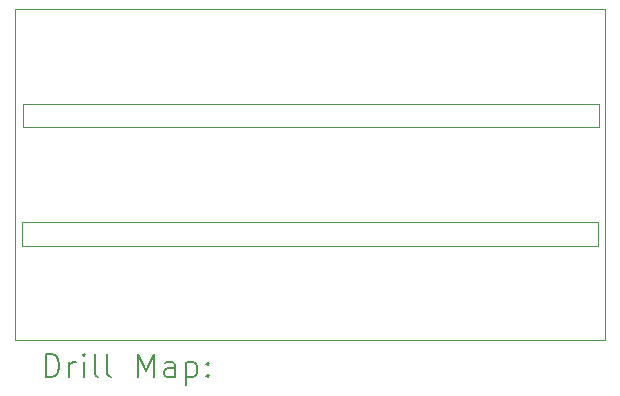
<source format=gbr>
%TF.GenerationSoftware,KiCad,Pcbnew,8.0.6*%
%TF.CreationDate,2024-11-25T15:59:36+01:00*%
%TF.ProjectId,EMG_amplifier,454d475f-616d-4706-9c69-666965722e6b,rev?*%
%TF.SameCoordinates,Original*%
%TF.FileFunction,Drillmap*%
%TF.FilePolarity,Positive*%
%FSLAX45Y45*%
G04 Gerber Fmt 4.5, Leading zero omitted, Abs format (unit mm)*
G04 Created by KiCad (PCBNEW 8.0.6) date 2024-11-25 15:59:36*
%MOMM*%
%LPD*%
G01*
G04 APERTURE LIST*
%ADD10C,0.050000*%
%ADD11C,0.200000*%
G04 APERTURE END LIST*
D10*
X1200000Y-1200000D02*
X6197140Y-1200000D01*
X6197140Y-4003660D01*
X1200000Y-4003660D01*
X1200000Y-1200000D01*
X1261320Y-3003400D02*
X6139480Y-3003400D01*
X6139480Y-3204060D01*
X1261320Y-3204060D01*
X1261320Y-3003400D01*
X1269620Y-2000100D02*
X6142780Y-2000100D01*
X6142780Y-2200760D01*
X1269620Y-2200760D01*
X1269620Y-2000100D01*
D11*
X1458277Y-4317644D02*
X1458277Y-4117644D01*
X1458277Y-4117644D02*
X1505896Y-4117644D01*
X1505896Y-4117644D02*
X1534467Y-4127168D01*
X1534467Y-4127168D02*
X1553515Y-4146215D01*
X1553515Y-4146215D02*
X1563039Y-4165263D01*
X1563039Y-4165263D02*
X1572562Y-4203358D01*
X1572562Y-4203358D02*
X1572562Y-4231930D01*
X1572562Y-4231930D02*
X1563039Y-4270025D01*
X1563039Y-4270025D02*
X1553515Y-4289072D01*
X1553515Y-4289072D02*
X1534467Y-4308120D01*
X1534467Y-4308120D02*
X1505896Y-4317644D01*
X1505896Y-4317644D02*
X1458277Y-4317644D01*
X1658277Y-4317644D02*
X1658277Y-4184310D01*
X1658277Y-4222406D02*
X1667801Y-4203358D01*
X1667801Y-4203358D02*
X1677324Y-4193834D01*
X1677324Y-4193834D02*
X1696372Y-4184310D01*
X1696372Y-4184310D02*
X1715420Y-4184310D01*
X1782086Y-4317644D02*
X1782086Y-4184310D01*
X1782086Y-4117644D02*
X1772562Y-4127168D01*
X1772562Y-4127168D02*
X1782086Y-4136691D01*
X1782086Y-4136691D02*
X1791610Y-4127168D01*
X1791610Y-4127168D02*
X1782086Y-4117644D01*
X1782086Y-4117644D02*
X1782086Y-4136691D01*
X1905896Y-4317644D02*
X1886848Y-4308120D01*
X1886848Y-4308120D02*
X1877324Y-4289072D01*
X1877324Y-4289072D02*
X1877324Y-4117644D01*
X2010658Y-4317644D02*
X1991610Y-4308120D01*
X1991610Y-4308120D02*
X1982086Y-4289072D01*
X1982086Y-4289072D02*
X1982086Y-4117644D01*
X2239229Y-4317644D02*
X2239229Y-4117644D01*
X2239229Y-4117644D02*
X2305896Y-4260501D01*
X2305896Y-4260501D02*
X2372563Y-4117644D01*
X2372563Y-4117644D02*
X2372563Y-4317644D01*
X2553515Y-4317644D02*
X2553515Y-4212882D01*
X2553515Y-4212882D02*
X2543991Y-4193834D01*
X2543991Y-4193834D02*
X2524944Y-4184310D01*
X2524944Y-4184310D02*
X2486848Y-4184310D01*
X2486848Y-4184310D02*
X2467801Y-4193834D01*
X2553515Y-4308120D02*
X2534467Y-4317644D01*
X2534467Y-4317644D02*
X2486848Y-4317644D01*
X2486848Y-4317644D02*
X2467801Y-4308120D01*
X2467801Y-4308120D02*
X2458277Y-4289072D01*
X2458277Y-4289072D02*
X2458277Y-4270025D01*
X2458277Y-4270025D02*
X2467801Y-4250977D01*
X2467801Y-4250977D02*
X2486848Y-4241453D01*
X2486848Y-4241453D02*
X2534467Y-4241453D01*
X2534467Y-4241453D02*
X2553515Y-4231930D01*
X2648753Y-4184310D02*
X2648753Y-4384310D01*
X2648753Y-4193834D02*
X2667801Y-4184310D01*
X2667801Y-4184310D02*
X2705896Y-4184310D01*
X2705896Y-4184310D02*
X2724944Y-4193834D01*
X2724944Y-4193834D02*
X2734467Y-4203358D01*
X2734467Y-4203358D02*
X2743991Y-4222406D01*
X2743991Y-4222406D02*
X2743991Y-4279549D01*
X2743991Y-4279549D02*
X2734467Y-4298596D01*
X2734467Y-4298596D02*
X2724944Y-4308120D01*
X2724944Y-4308120D02*
X2705896Y-4317644D01*
X2705896Y-4317644D02*
X2667801Y-4317644D01*
X2667801Y-4317644D02*
X2648753Y-4308120D01*
X2829705Y-4298596D02*
X2839229Y-4308120D01*
X2839229Y-4308120D02*
X2829705Y-4317644D01*
X2829705Y-4317644D02*
X2820182Y-4308120D01*
X2820182Y-4308120D02*
X2829705Y-4298596D01*
X2829705Y-4298596D02*
X2829705Y-4317644D01*
X2829705Y-4193834D02*
X2839229Y-4203358D01*
X2839229Y-4203358D02*
X2829705Y-4212882D01*
X2829705Y-4212882D02*
X2820182Y-4203358D01*
X2820182Y-4203358D02*
X2829705Y-4193834D01*
X2829705Y-4193834D02*
X2829705Y-4212882D01*
M02*

</source>
